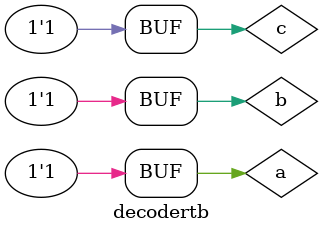
<source format=v>
`timescale 1ns / 1ps


module decodertb;

	// Inputs
	reg a;
	reg b;
	reg c;

	// Outputs
	wire [7:0] out;

	// Instantiate the Unit Under Test (UUT)
	decoder uut (
		.a(a), 
		.b(b), 
		.c(c), 
		.out(out)
	);

	initial begin
		// Initialize Inputs
		a = 0;
		b = 0;
		c = 0;

		// Wait 100 ns for global reset to finish
		#100 a=0;b=0;c=1;
		#100 a=0;b=1;c=0;
		#100 a=0;b=1;c=1;
		#100 a=1;b=0;c=0;
		#100 a=1;b=0;c=1;
		#100 a=1;b=1;c=0;
		#100 a=1;b=1;c=1;
        
		// Add stimulus here

	end
      
endmodule


</source>
